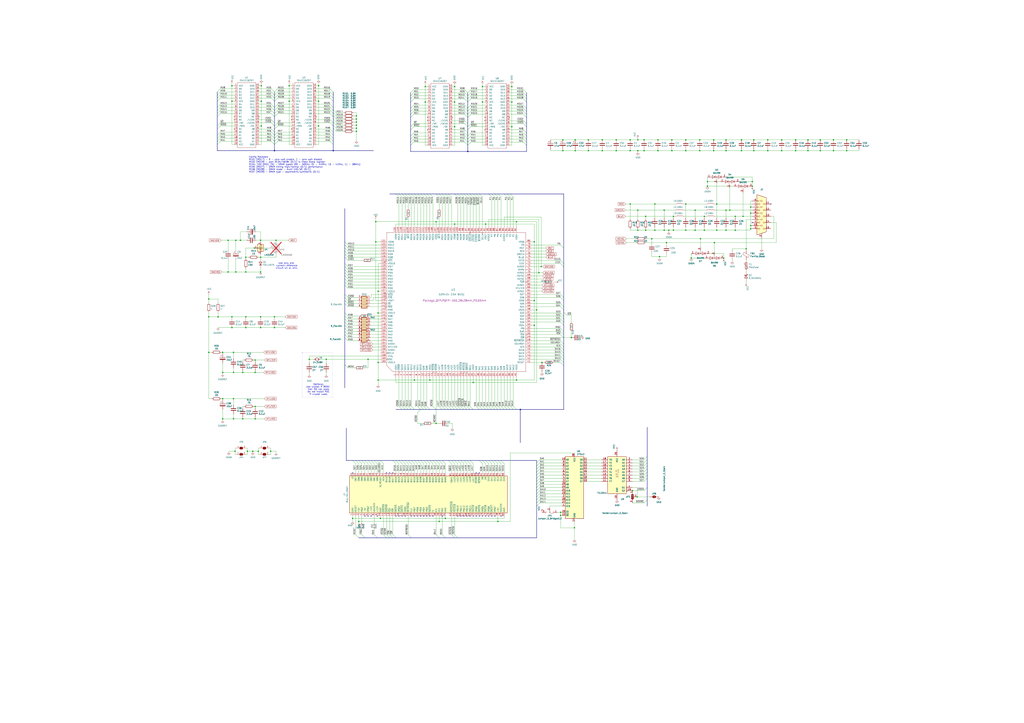
<source format=kicad_sch>
(kicad_sch
	(version 20250114)
	(generator "eeschema")
	(generator_version "9.0")
	(uuid "4a1fd320-e82a-408b-bd41-eddf9c8578fa")
	(paper "A1")
	
	(text "Config Resistors \nR101 (MD17) - 0 - zero wait enable, 1 - zero wait disable\nR102 (MD19) - port 3C3h/46E8h (0/1) is Video Sleep register\nR104, 103 (MD2. 25) - DRAM speed (00 - 50MHz, 01 - 44MHz, 10 - 41Mhz, 11 - 38NHz)\nR105 (MD27) - DRAM timing high/normal (0/1) performance\nR106 (MD28) - DRAM mode - multi CAS/WE (0/1)\nR107 (MD29) - DRAM type - asymmetric/symmetric (0/1)"
		(exclude_from_sim no)
		(at 204.47 135.255 0)
		(effects
			(font
				(size 1.27 1.27)
			)
			(justify left)
		)
		(uuid "3f98f744-188e-4ff1-8a4c-611faaed4611")
	)
	(text "Optional.\nUse crystal if BOSC \nfron ISA not used.\nDo not install R31\nif crystal used."
		(exclude_from_sim no)
		(at 261.62 320.04 0)
		(effects
			(font
				(size 1.27 1.27)
			)
		)
		(uuid "65a06441-bbb0-4bc6-946a-a03e03d276b4")
	)
	(text "Use only one \ncurrent-reference\ncircuit U4 or U41."
		(exclude_from_sim no)
		(at 235.585 218.44 0)
		(effects
			(font
				(size 1.27 1.27)
			)
		)
		(uuid "d6cc2038-e45e-4ab8-8e95-20b0330c32c7")
	)
	(junction
		(at 312.42 426.085)
		(diameter 0)
		(color 0 0 0 0)
		(uuid "0187054e-dc64-441f-be06-bce37dffeb76")
	)
	(junction
		(at 438.785 267.335)
		(diameter 0)
		(color 0 0 0 0)
		(uuid "01b6eb94-1eef-4b81-bd35-3ded3609e64d")
	)
	(junction
		(at 292.735 95.25)
		(diameter 0)
		(color 0 0 0 0)
		(uuid "026a68ff-8138-4614-bf38-6bab036d6f29")
	)
	(junction
		(at 541.655 210.82)
		(diameter 0)
		(color 0 0 0 0)
		(uuid "0292c081-2414-48b2-b556-7eea6581894c")
	)
	(junction
		(at 209.55 334.01)
		(diameter 0)
		(color 0 0 0 0)
		(uuid "03d1fda2-a03c-4f28-b944-6d8102c87613")
	)
	(junction
		(at 460.375 421.005)
		(diameter 0)
		(color 0 0 0 0)
		(uuid "03e7cb55-61f1-4464-9503-ca6c2676631b")
	)
	(junction
		(at 535.305 196.215)
		(diameter 0)
		(color 0 0 0 0)
		(uuid "04758a1a-ea8e-4f09-97c0-53bc9f557970")
	)
	(junction
		(at 209.55 295.91)
		(diameter 0)
		(color 0 0 0 0)
		(uuid "0523cecc-f0c3-479f-bf9b-e1870bea1a81")
	)
	(junction
		(at 360.68 428.625)
		(diameter 0)
		(color 0 0 0 0)
		(uuid "05b2ff9d-3c55-4117-bd2e-6e0e62ca01ee")
	)
	(junction
		(at 608.965 123.825)
		(diameter 0)
		(color 0 0 0 0)
		(uuid "05fdd3d0-2dae-408e-b8c5-e37a5aa66121")
	)
	(junction
		(at 472.44 114.935)
		(diameter 0)
		(color 0 0 0 0)
		(uuid "08913714-20d4-4bd8-84d2-3b13d3de02ff")
	)
	(junction
		(at 199.39 306.07)
		(diameter 0)
		(color 0 0 0 0)
		(uuid "09b8f961-016a-4dd9-8a41-26236a46fa81")
	)
	(junction
		(at 588.645 189.23)
		(diameter 0)
		(color 0 0 0 0)
		(uuid "0a13acd6-0984-45b8-a8a1-d671f0d15d0b")
	)
	(junction
		(at 420.37 83.82)
		(diameter 0)
		(color 0 0 0 0)
		(uuid "0bf193ff-8aa7-4824-aa54-9f2e5d192b59")
	)
	(junction
		(at 641.985 123.825)
		(diameter 0)
		(color 0 0 0 0)
		(uuid "0c1a7b76-8268-41d7-9cdd-23599dc8d2b4")
	)
	(junction
		(at 171.45 245.745)
		(diameter 0)
		(color 0 0 0 0)
		(uuid "0c596f38-753c-4c5d-a53b-54702ff51335")
	)
	(junction
		(at 213.995 211.455)
		(diameter 0)
		(color 0 0 0 0)
		(uuid "0db8a95c-7935-4766-94ba-dc010919a89f")
	)
	(junction
		(at 201.93 223.52)
		(diameter 0)
		(color 0 0 0 0)
		(uuid "0e7d6fc4-65fa-4769-abb0-8a841d47f9c9")
	)
	(junction
		(at 193.675 223.52)
		(diameter 0)
		(color 0 0 0 0)
		(uuid "0fcb1f3f-cf81-440d-8bc7-96938e29ced3")
	)
	(junction
		(at 292.735 102.87)
		(diameter 0)
		(color 0 0 0 0)
		(uuid "11dadeaf-423c-4f80-ac14-01859ddaae50")
	)
	(junction
		(at 444.5 219.075)
		(diameter 0)
		(color 0 0 0 0)
		(uuid "123b8c4c-b5be-4841-909e-715570cc3e2e")
	)
	(junction
		(at 641.985 114.935)
		(diameter 0)
		(color 0 0 0 0)
		(uuid "12450cc5-739f-4efc-91f2-6360b458e067")
	)
	(junction
		(at 596.265 172.72)
		(diameter 0)
		(color 0 0 0 0)
		(uuid "134ca02f-4492-4752-a26d-a621c078556f")
	)
	(junction
		(at 408.94 428.625)
		(diameter 0)
		(color 0 0 0 0)
		(uuid "142ac170-3690-49b8-8271-c858018e9e1a")
	)
	(junction
		(at 213.995 269.24)
		(diameter 0)
		(color 0 0 0 0)
		(uuid "145538ac-2060-4e0a-8b5a-8d281bfd172e")
	)
	(junction
		(at 551.815 123.825)
		(diameter 0)
		(color 0 0 0 0)
		(uuid "17519989-103b-4428-bd26-34653d3cb047")
	)
	(junction
		(at 201.93 211.455)
		(diameter 0)
		(color 0 0 0 0)
		(uuid "17e9e2a9-b6b1-4679-8ba9-8ff770d0c6a5")
	)
	(junction
		(at 310.515 312.42)
		(diameter 0)
		(color 0 0 0 0)
		(uuid "19da9c58-5bc3-4dbe-8ff8-0034bf3750cd")
	)
	(junction
		(at 596.265 114.935)
		(diameter 0)
		(color 0 0 0 0)
		(uuid "19e3c397-c4f4-4c84-a939-888a529c09f7")
	)
	(junction
		(at 201.93 269.24)
		(diameter 0)
		(color 0 0 0 0)
		(uuid "1a0e26c4-bfdf-4cc3-8e71-392cc79ec441")
	)
	(junction
		(at 530.225 189.23)
		(diameter 0)
		(color 0 0 0 0)
		(uuid "1a37ffc3-95ea-4992-bb85-a312d91602aa")
	)
	(junction
		(at 586.105 123.825)
		(diameter 0)
		(color 0 0 0 0)
		(uuid "1be4699f-2755-407c-bfd5-eeb82f8c3e40")
	)
	(junction
		(at 630.555 123.825)
		(diameter 0)
		(color 0 0 0 0)
		(uuid "1c5d6a04-49dd-4cd2-94f3-14b07b8f5e79")
	)
	(junction
		(at 575.31 196.215)
		(diameter 0)
		(color 0 0 0 0)
		(uuid "1cff7eb8-279e-49f8-a518-fd93fd46fa16")
	)
	(junction
		(at 440.69 254.635)
		(diameter 0)
		(color 0 0 0 0)
		(uuid "1d552a4b-63b3-449d-9e0c-90590745244f")
	)
	(junction
		(at 199.39 344.17)
		(diameter 0)
		(color 0 0 0 0)
		(uuid "1ed878d7-598d-41f1-9a51-a1d4535f7a89")
	)
	(junction
		(at 586.105 114.935)
		(diameter 0)
		(color 0 0 0 0)
		(uuid "1fe10248-b808-40f9-ace9-9a551a1e4591")
	)
	(junction
		(at 237.49 70.485)
		(diameter 0)
		(color 0 0 0 0)
		(uuid "204ffd06-78ba-4ebb-b147-893c1053d186")
	)
	(junction
		(at 616.585 187.96)
		(diameter 0)
		(color 0 0 0 0)
		(uuid "2067da93-b9d6-4c69-b37e-1a25000a638b")
	)
	(junction
		(at 523.24 408.305)
		(diameter 0)
		(color 0 0 0 0)
		(uuid "213173a8-b1f1-4562-a96c-8d08d007c598")
	)
	(junction
		(at 553.085 177.8)
		(diameter 0)
		(color 0 0 0 0)
		(uuid "21de7ab6-05b0-4062-b653-a1fa7b83f5d3")
	)
	(junction
		(at 653.415 114.935)
		(diameter 0)
		(color 0 0 0 0)
		(uuid "23acdcd4-0959-4b9c-8c86-574d0b1cf3c7")
	)
	(junction
		(at 616.585 185.42)
		(diameter 0)
		(color 0 0 0 0)
		(uuid "25f9b24d-9887-40ac-9f74-77e197b443fb")
	)
	(junction
		(at 523.875 189.23)
		(diameter 0)
		(color 0 0 0 0)
		(uuid "269e4948-4ad4-4a0d-89f8-5e392b62106b")
	)
	(junction
		(at 214.63 103.505)
		(diameter 0)
		(color 0 0 0 0)
		(uuid "26b93d93-f3ee-4792-ba95-7636623544d1")
	)
	(junction
		(at 182.88 289.56)
		(diameter 0)
		(color 0 0 0 0)
		(uuid "274b437c-4542-408d-a819-266b8f4ccc6f")
	)
	(junction
		(at 596.265 189.23)
		(diameter 0)
		(color 0 0 0 0)
		(uuid "2a6ea6d2-5c19-4e8d-b6ee-91f23978498e")
	)
	(junction
		(at 373.38 83.82)
		(diameter 0)
		(color 0 0 0 0)
		(uuid "2aa9b85a-4c7f-430c-8c12-d96ce99555d9")
	)
	(junction
		(at 603.885 177.8)
		(diameter 0)
		(color 0 0 0 0)
		(uuid "2b16ba0c-9680-4eff-9cc7-534202910910")
	)
	(junction
		(at 214.63 70.485)
		(diameter 0)
		(color 0 0 0 0)
		(uuid "2bb9b394-4df4-46bd-8581-9412acb7167c")
	)
	(junction
		(at 171.45 260.35)
		(diameter 0)
		(color 0 0 0 0)
		(uuid "2d38fb27-824d-47a3-823b-3c4b752aa4fe")
	)
	(junction
		(at 191.77 306.07)
		(diameter 0)
		(color 0 0 0 0)
		(uuid "2db78267-99f8-4070-955b-7bf91e694303")
	)
	(junction
		(at 673.735 114.935)
		(diameter 0)
		(color 0 0 0 0)
		(uuid "2f1e9ecf-85ec-4662-a892-8bbca0aeff59")
	)
	(junction
		(at 190.5 260.35)
		(diameter 0)
		(color 0 0 0 0)
		(uuid "2f48abc8-ecb7-4834-aec3-4fcc35507bf7")
	)
	(junction
		(at 209.55 306.07)
		(diameter 0)
		(color 0 0 0 0)
		(uuid "2f70865d-52c2-4d66-b484-3d4069d3b202")
	)
	(junction
		(at 578.485 189.23)
		(diameter 0)
		(color 0 0 0 0)
		(uuid "2fb68136-169b-4eea-8b17-035816a377cf")
	)
	(junction
		(at 663.575 114.935)
		(diameter 0)
		(color 0 0 0 0)
		(uuid "34b369b0-ba28-49b9-acc5-6fdffdf10b11")
	)
	(junction
		(at 563.245 114.935)
		(diameter 0)
		(color 0 0 0 0)
		(uuid "351512df-9b5b-4eba-bec1-fac92a26ea25")
	)
	(junction
		(at 310.515 239.395)
		(diameter 0)
		(color 0 0 0 0)
		(uuid "352b5536-94a3-4c15-85b3-9b02cf724a0f")
	)
	(junction
		(at 523.875 114.935)
		(diameter 0)
		(color 0 0 0 0)
		(uuid "353fa08c-ddce-4254-a4bb-a9d06f1207fb")
	)
	(junction
		(at 663.575 123.825)
		(diameter 0)
		(color 0 0 0 0)
		(uuid "356afa7a-61b8-4d3d-8222-7c4f1fc92939")
	)
	(junction
		(at 462.28 123.825)
		(diameter 0)
		(color 0 0 0 0)
		(uuid "39c926a0-02a9-47bf-92a4-c837bb688f3d")
	)
	(junction
		(at 517.525 167.64)
		(diameter 0)
		(color 0 0 0 0)
		(uuid "3ad194b9-569b-4428-91ab-452e616b6797")
	)
	(junction
		(at 213.995 260.35)
		(diameter 0)
		(color 0 0 0 0)
		(uuid "3d637420-501a-405f-bfd0-166f751be3de")
	)
	(junction
		(at 225.425 260.35)
		(diameter 0)
		(color 0 0 0 0)
		(uuid "4189cb18-ef9a-4dc3-b681-8f76d7fbec57")
	)
	(junction
		(at 462.28 114.935)
		(diameter 0)
		(color 0 0 0 0)
		(uuid "41e194de-f447-4cb5-889d-5e81433412d5")
	)
	(junction
		(at 617.855 153.035)
		(diameter 0)
		(color 0 0 0 0)
		(uuid "42f9a945-a89a-487c-8012-94b6ec8216f7")
	)
	(junction
		(at 289.56 426.085)
		(diameter 0)
		(color 0 0 0 0)
		(uuid "434ab4ce-e8dc-48dc-bd5c-c6d30b0d34d2")
	)
	(junction
		(at 616.585 170.18)
		(diameter 0)
		(color 0 0 0 0)
		(uuid "489c9e4a-3f84-407c-9c34-830f7b2c21ed")
	)
	(junction
		(at 292.735 97.79)
		(diameter 0)
		(color 0 0 0 0)
		(uuid "48f42485-d138-4f81-a7dd-0f2940f6af5c")
	)
	(junction
		(at 574.675 114.935)
		(diameter 0)
		(color 0 0 0 0)
		(uuid "48fda72f-d557-46f8-9989-f12f380ead51")
	)
	(junction
		(at 581.025 153.035)
		(diameter 0)
		(color 0 0 0 0)
		(uuid "499a2941-e6e5-4fc7-9d3b-bbea65e855be")
	)
	(junction
		(at 673.735 123.825)
		(diameter 0)
		(color 0 0 0 0)
		(uuid "4acbc81e-9324-4eaf-81f4-60cd58d1dd99")
	)
	(junction
		(at 695.325 123.825)
		(diameter 0)
		(color 0 0 0 0)
		(uuid "4bad5c4e-aabb-4df1-a664-d4a45dbc5513")
	)
	(junction
		(at 222.25 370.84)
		(diameter 0)
		(color 0 0 0 0)
		(uuid "4c1544b7-97d0-4a45-ab6b-429758051d30")
	)
	(junction
		(at 588.645 167.64)
		(diameter 0)
		(color 0 0 0 0)
		(uuid "4f7ca6bd-e3d0-43b3-a877-a11fefc4c01c")
	)
	(junction
		(at 528.955 114.935)
		(diameter 0)
		(color 0 0 0 0)
		(uuid "52138677-128d-4184-80e5-90eca116c082")
	)
	(junction
		(at 630.555 114.935)
		(diameter 0)
		(color 0 0 0 0)
		(uuid "5348a837-b653-434f-90fc-026216f3afbb")
	)
	(junction
		(at 684.53 123.825)
		(diameter 0)
		(color 0 0 0 0)
		(uuid "564f2735-ebd1-46b2-b4c7-abfe0a929975")
	)
	(junction
		(at 545.465 172.72)
		(diameter 0)
		(color 0 0 0 0)
		(uuid "572c0e93-5df8-4c31-9418-49a78b86b8e9")
	)
	(junction
		(at 201.93 260.35)
		(diameter 0)
		(color 0 0 0 0)
		(uuid "57a076bd-a8b3-419f-96f2-dad1f92a30f2")
	)
	(junction
		(at 578.485 177.8)
		(diameter 0)
		(color 0 0 0 0)
		(uuid "58c7e6aa-3ed2-44ea-8e57-508522df6d8d")
	)
	(junction
		(at 523.875 172.72)
		(diameter 0)
		(color 0 0 0 0)
		(uuid "5a08a6ae-30ad-4cb8-a31c-9ccad745f51d")
	)
	(junction
		(at 427.355 336.55)
		(diameter 0)
		(color 0 0 0 0)
		(uuid "5a0b4de8-0c45-40d2-9315-bfb9ca62f2e8")
	)
	(junction
		(at 570.865 189.23)
		(diameter 0)
		(color 0 0 0 0)
		(uuid "5cb6ace4-ca61-44b6-8d52-dafbb6d84bfb")
	)
	(junction
		(at 237.49 83.185)
		(diameter 0)
		(color 0 0 0 0)
		(uuid "5ce5f16f-6585-4af4-8012-84dac0947e05")
	)
	(junction
		(at 445.135 297.815)
		(diameter 0)
		(color 0 0 0 0)
		(uuid "5fa609d6-c0f7-4e52-804c-8ae8ff1e6e4b")
	)
	(junction
		(at 549.275 189.23)
		(diameter 0)
		(color 0 0 0 0)
		(uuid "61a218ac-d011-4bec-b5b3-4a8ea63de5c8")
	)
	(junction
		(at 310.515 257.175)
		(diameter 0)
		(color 0 0 0 0)
		(uuid "63c900de-2d52-4bc6-a0e7-6b3e93bdc1fe")
	)
	(junction
		(at 537.845 189.23)
		(diameter 0)
		(color 0 0 0 0)
		(uuid "65ba1c94-62c7-434d-9352-0a1931c8cf63")
	)
	(junction
		(at 506.095 114.935)
		(diameter 0)
		(color 0 0 0 0)
		(uuid "661ec6e6-7918-4611-902e-2ddeebf1edc8")
	)
	(junction
		(at 653.415 123.825)
		(diameter 0)
		(color 0 0 0 0)
		(uuid "67ae4153-b171-4e02-8bec-ccd2683d1962")
	)
	(junction
		(at 292.735 100.33)
		(diameter 0)
		(color 0 0 0 0)
		(uuid "69760998-3c78-4ed1-8da5-bdec4c0f9c39")
	)
	(junction
		(at 261.62 103.505)
		(diameter 0)
		(color 0 0 0 0)
		(uuid "6a3290e0-4349-4b29-9649-03b1888e2744")
	)
	(junction
		(at 483.235 123.825)
		(diameter 0)
		(color 0 0 0 0)
		(uuid "6a50f321-51a2-4c5b-ad69-eb3c48f1fc40")
	)
	(junction
		(at 187.325 223.52)
		(diameter 0)
		(color 0 0 0 0)
		(uuid "6a68d2ec-b11d-4901-ada3-7709298e166b")
	)
	(junction
		(at 460.375 423.545)
		(diameter 0)
		(color 0 0 0 0)
		(uuid "6ac040f6-8cf3-4913-aa4d-e65a3abede14")
	)
	(junction
		(at 261.62 70.485)
		(diameter 0)
		(color 0 0 0 0)
		(uuid "700ac8d7-1d87-411c-ba80-a9d45b00eb3a")
	)
	(junction
		(at 203.2 370.84)
		(diameter 0)
		(color 0 0 0 0)
		(uuid "70374f98-8cfd-4964-9472-c489a3df7e38")
	)
	(junction
		(at 225.425 123.825)
		(diameter 0)
		(color 0 0 0 0)
		(uuid "74b4396d-d154-45ad-8505-29f78132f4b6")
	)
	(junction
		(at 212.09 370.84)
		(diameter 0)
		(color 0 0 0 0)
		(uuid "7564b637-5acb-4d22-8feb-9ed8dad36ec0")
	)
	(junction
		(at 472.44 123.825)
		(diameter 0)
		(color 0 0 0 0)
		(uuid "75d5cf86-61f5-40fb-9f73-087929e9439c")
	)
	(junction
		(at 373.38 184.15)
		(diameter 0)
		(color 0 0 0 0)
		(uuid "78044c01-fb50-46e2-8fa3-c565ab11299b")
	)
	(junction
		(at 551.815 114.935)
		(diameter 0)
		(color 0 0 0 0)
		(uuid "79ad72d7-65e6-4251-8048-3d8a422a8fd7")
	)
	(junction
		(at 384.175 124.46)
		(diameter 0)
		(color 0 0 0 0)
		(uuid "79d007d1-971f-4676-84ec-6c286d4ac0a0")
	)
	(junction
		(at 616.585 175.26)
		(diameter 0)
		(color 0 0 0 0)
		(uuid "7b5736b6-6ff3-49eb-8089-08fc320a7379")
	)
	(junction
		(at 530.225 177.8)
		(diameter 0)
		(color 0 0 0 0)
		(uuid "8142028d-c463-412b-993f-5fef111d6883")
	)
	(junction
		(at 182.88 344.17)
		(diameter 0)
		(color 0 0 0 0)
		(uuid "834866e3-9eb0-4df3-9389-ed1bd2fcfff4")
	)
	(junction
		(at 553.085 189.23)
		(diameter 0)
		(color 0 0 0 0)
		(uuid "85f640cf-45a6-43f0-91ef-ff2d3c94b173")
	)
	(junction
		(at 599.44 172.72)
		(diameter 0)
		(color 0 0 0 0)
		(uuid "88289862-cb62-4703-af6d-c041b131ec06")
	)
	(junction
		(at 294.64 428.625)
		(diameter 0)
		(color 0 0 0 0)
		(uuid "8acda848-ab69-4c77-b5fe-3e6217d6907a")
	)
	(junction
		(at 207.645 370.84)
		(diameter 0)
		(color 0 0 0 0)
		(uuid "8b50ff47-ee69-4646-a238-d9a7036bbbfa")
	)
	(junction
		(at 438.785 198.755)
		(diameter 0)
		(color 0 0 0 0)
		(uuid "8d1f9a1f-1802-4099-93c8-d4f7879480b0")
	)
	(junction
		(at 225.425 269.24)
		(diameter 0)
		(color 0 0 0 0)
		(uuid "8f0e5d14-e8a1-4451-b923-d7b7aa8f84e1")
	)
	(junction
		(at 191.77 289.56)
		(diameter 0)
		(color 0 0 0 0)
		(uuid "90e0007c-9b09-4d8c-8493-7eb0560921fd")
	)
	(junction
		(at 193.04 370.84)
		(diameter 0)
		(color 0 0 0 0)
		(uuid "93773374-e48f-4ef9-933a-60baff3dcb04")
	)
	(junction
		(at 213.995 197.485)
		(diameter 0)
		(color 0 0 0 0)
		(uuid "980b89fd-acce-49fe-a166-c1310786a603")
	)
	(junction
		(at 365.76 426.085)
		(diameter 0)
		(color 0 0 0 0)
		(uuid "99d847ab-e304-49f0-b0fa-abf7dd4a7a96")
	)
	(junction
		(at 340.36 312.42)
		(diameter 0)
		(color 0 0 0 0)
		(uuid "9bf96a71-1861-427b-9bb9-598dd02f0082")
	)
	(junction
		(at 537.845 167.64)
		(diameter 0)
		(color 0 0 0 0)
		(uuid "9e1a7275-c325-492b-9844-31ca164a9ad5")
	)
	(junction
		(at 563.245 167.64)
		(diameter 0)
		(color 0 0 0 0)
		(uuid "9eeaf640-2177-488a-a539-b6383d3c5a27")
	)
	(junction
		(at 586.74 199.39)
		(diameter 0)
		(color 0 0 0 0)
		(uuid "a00bf91e-9556-4036-bd44-c9fc1d037658")
	)
	(junction
		(at 528.955 123.825)
		(diameter 0)
		(color 0 0 0 0)
		(uuid "a06480ee-b0d0-4064-aae1-8b02f7b254ac")
	)
	(junction
		(at 494.665 114.935)
		(diameter 0)
		(color 0 0 0 0)
		(uuid "a1d71b1c-b60f-4da7-a27c-4c7ccec76221")
	)
	(junction
		(at 396.24 71.12)
		(diameter 0)
		(color 0 0 0 0)
		(uuid "a282b8c2-7d2b-4cfa-936c-4be166f87e55")
	)
	(junction
		(at 420.37 104.14)
		(diameter 0)
		(color 0 0 0 0)
		(uuid "a4f8091e-3f76-46c1-a709-ba8207b20af3")
	)
	(junction
		(at 570.865 172.72)
		(diameter 0)
		(color 0 0 0 0)
		(uuid "a611d33c-ec85-4af2-982f-97fe0f58124b")
	)
	(junction
		(at 187.325 197.485)
		(diameter 0)
		(color 0 0 0 0)
		(uuid "a94e6445-d4ba-4ddf-9ee3-4e45071fc4b1")
	)
	(junction
		(at 302.26 295.275)
		(diameter 0)
		(color 0 0 0 0)
		(uuid "ac2a2ad7-05a6-4978-8a47-f6adf5f5ae2f")
	)
	(junction
		(at 442.595 224.155)
		(diameter 0)
		(color 0 0 0 0)
		(uuid "ad82e3ec-61ea-4bb4-aebd-218a347a946a")
	)
	(junction
		(at 358.14 347.98)
		(diameter 0)
		(color 0 0 0 0)
		(uuid "ae625cbb-df39-4000-8ddc-25e020ddb9bf")
	)
	(junction
		(at 517.525 114.935)
		(diameter 0)
		(color 0 0 0 0)
		(uuid "aec45361-2400-4a20-9608-bb8e2a934a39")
	)
	(junction
		(at 612.775 204.47)
		(diameter 0)
		(color 0 0 0 0)
		(uuid "b03b6674-8dec-4d8d-b5cc-ccb734732277")
	)
	(junction
		(at 182.88 306.07)
		(diameter 0)
		(color 0 0 0 0)
		(uuid "b3a238d7-e4d1-46b4-b07b-bdd955fbb18e")
	)
	(junction
		(at 695.325 114.935)
		(diameter 0)
		(color 0 0 0 0)
		(uuid "b3adffa2-6e81-4b45-a58a-809232b36994")
	)
	(junction
		(at 519.43 403.225)
		(diameter 0)
		(color 0 0 0 0)
		(uuid "b43dac72-e086-42a4-bdf4-8acf8818b60f")
	)
	(junction
		(at 483.235 114.935)
		(diameter 0)
		(color 0 0 0 0)
		(uuid "b5b3f534-1c9d-4d17-9f86-c718bfc64b46")
	)
	(junction
		(at 396.24 83.82)
		(diameter 0)
		(color 0 0 0 0)
		(uuid "b62f546f-dc63-4770-a029-6c244c108720")
	)
	(junction
		(at 424.18 312.42)
		(diameter 0)
		(color 0 0 0 0)
		(uuid "b74a336d-1f67-493c-bca8-b02f14afeeac")
	)
	(junction
		(at 540.385 123.825)
		(diameter 0)
		(color 0 0 0 0)
		(uuid "b7b66f27-39aa-46cc-a7ef-0a302b9f99e5")
	)
	(junction
		(at 545.465 189.23)
		(diameter 0)
		(color 0 0 0 0)
		(uuid "b7ec1ed7-9643-43d7-9d3c-58effc2cc096")
	)
	(junction
		(at 179.07 260.35)
		(diameter 0)
		(color 0 0 0 0)
		(uuid "b86a1fdc-5a39-446c-81cd-ca9e9b7003ab")
	)
	(junction
		(at 424.18 182.245)
		(diameter 0)
		(color 0 0 0 0)
		(uuid "ba69eead-5bd8-42a0-b4c8-34766418cd38")
	)
	(junction
		(at 420.37 71.12)
		(diameter 0)
		(color 0 0 0 0)
		(uuid "bb27a714-b11a-469a-90b6-15c6b2f75247")
	)
	(junction
		(at 349.25 83.82)
		(diameter 0)
		(color 0 0 0 0)
		(uuid "bd4326ca-ac2e-4975-9865-55cc21d7e93f")
	)
	(junction
		(at 209.55 344.17)
		(diameter 0)
		(color 0 0 0 0)
		(uuid "bee417ac-3cd2-485d-a613-060771a4ad1d")
	)
	(junction
		(at 619.125 123.825)
		(diameter 0)
		(color 0 0 0 0)
		(uuid "c057755c-f154-4a43-92b2-f765e37c8665")
	)
	(junction
		(at 574.675 123.825)
		(diameter 0)
		(color 0 0 0 0)
		(uuid "c0bce121-2003-49d1-a3a6-7dab2947e556")
	)
	(junction
		(at 373.38 71.12)
		(diameter 0)
		(color 0 0 0 0)
		(uuid "c16f7598-b6bb-4c7f-9876-085ed35e9bf5")
	)
	(junction
		(at 603.885 189.23)
		(diameter 0)
		(color 0 0 0 0)
		(uuid "c370b5e2-b35f-4601-9154-b9e46418649d")
	)
	(junction
		(at 261.62 83.185)
		(diameter 0)
		(color 0 0 0 0)
		(uuid "c555b576-928d-4e05-9ea9-72a810ed69b2")
	)
	(junction
		(at 581.025 149.225)
		(diameter 0)
		(color 0 0 0 0)
		(uuid "c83f03e5-2d0f-42ed-bfd0-77f40b4ccfd2")
	)
	(junction
		(at 398.78 184.15)
		(diameter 0)
		(color 0 0 0 0)
		(uuid "c860ebbf-a5eb-4380-8fad-4bf3eae1006f")
	)
	(junction
		(at 353.06 312.42)
		(diameter 0)
		(color 0 0 0 0)
		(uuid "c866c48a-3ad0-45bc-9be0-a7b29b84ea17")
	)
	(junction
		(at 190.5 269.24)
		(diameter 0)
		(color 0 0 0 0)
		(uuid "c87a12a9-6b0c-4631-b662-bc9f4fd1248c")
	)
	(junction
		(at 594.36 212.09)
		(diameter 0)
		(color 0 0 0 0)
		(uuid "c9a297ec-d284-498b-9786-abca59854388")
	)
	(junction
		(at 190.5 70.485)
		(diameter 0)
		(color 0 0 0 0)
		(uuid "ca8b0d94-5cbe-4324-b217-9e0f807b2632")
	)
	(junction
		(at 494.665 123.825)
		(diameter 0)
		(color 0 0 0 0)
		(uuid "caca8e5d-906d-42df-aedf-2999ab85f022")
	)
	(junction
		(at 190.5 83.185)
		(diameter 0)
		(color 0 0 0 0)
		(uuid "d142ff06-b1ee-45f5-9314-f7cc57f1e36f")
	)
	(junction
		(at 308.61 182.245)
		(diameter 0)
		(color 0 0 0 0)
		(uuid "d39d9582-dd01-4384-8995-c8c377730475")
	)
	(junction
		(at 197.485 197.485)
		(diameter 0)
		(color 0 0 0 0)
		(uuid "d51aa14c-25f0-4421-839c-46789c748aa0")
	)
	(junction
		(at 438.785 247.015)
		(diameter 0)
		(color 0 0 0 0)
		(uuid "d6bd591d-8ca6-42d3-9f97-30b56334f9c5")
	)
	(junction
		(at 684.53 114.935)
		(diameter 0)
		(color 0 0 0 0)
		(uuid "d7423bb6-1fff-4212-b027-2b065eacc79e")
	)
	(junction
		(at 547.37 199.39)
		(diameter 0)
		(color 0 0 0 0)
		(uuid "d7ef2d8f-d2d4-4cb4-a9d8-1539c95fc6f9")
	)
	(junction
		(at 373.38 104.14)
		(diameter 0)
		(color 0 0 0 0)
		(uuid "d8ef6814-8207-4dea-ae5a-38f826777896")
	)
	(junction
		(at 308.61 198.755)
		(diameter 0)
		(color 0 0 0 0)
		(uuid "d8f840b4-6328-4032-b358-b2162dbc2241")
	)
	(junction
		(at 182.88 327.66)
		(diameter 0)
		(color 0 0 0 0)
		(uuid "d9225c03-e5dd-4828-9ae3-3db4b87433b1")
	)
	(junction
		(at 310.515 297.815)
		(diameter 0)
		(color 0 0 0 0)
		(uuid "d9b0ecd7-4b86-432a-98a5-863e83501dcb")
	)
	(junction
		(at 567.69 212.09)
		(diameter 0)
		(color 0 0 0 0)
		(uuid "da2abc86-903b-4fbc-b3f8-0494b5bae07e")
	)
	(junction
		(at 213.995 223.52)
		(diameter 0)
		(color 0 0 0 0)
		(uuid "dbc233c1-c745-4a95-8620-a2fb2a33644f")
	)
	(junction
		(at 292.735 107.95)
		(diameter 0)
		(color 0 0 0 0)
		(uuid "dfdfabd2-ba5f-44be-9a9f-a18f005ba1d4")
	)
	(junction
		(at 619.125 114.935)
		(diameter 0)
		(color 0 0 0 0)
		(uuid "e0617493-0bd9-4ee7-a3a5-feaf0c4d6fc0")
	)
	(junction
		(at 292.735 105.41)
		(diameter 0)
		(color 0 0 0 0)
		(uuid "e0dbf180-9f90-49dd-b346-3a7bc102bfa1")
	)
	(junction
		(at 273.685 123.825)
		(diameter 0)
		(color 0 0 0 0)
		(uuid "e113bca0-9fef-4aa8-8b03-7702352f60b8")
	)
	(junction
		(at 563.245 123.825)
		(diameter 0)
		(color 0 0 0 0)
		(uuid "e2d5ebf6-f420-4e74-b3a4-a68c172b8a9e")
	)
	(junction
		(at 214.63 83.185)
		(diameter 0)
		(color 0 0 0 0)
		(uuid "e33eca07-66cd-415d-b96a-fd47bb200ea2")
	)
	(junction
		(at 191.77 327.66)
		(diameter 0)
		(color 0 0 0 0)
		(uuid "e3b0a2fb-81ea-4534-9883-824dc1be85f4")
	)
	(junction
		(at 267.97 295.275)
		(diameter 0)
		(color 0 0 0 0)
		(uuid "e3c83c1f-d24c-477a-b630-523af0b9460c")
	)
	(junction
		(at 608.965 114.935)
		(diameter 0)
		(color 0 0 0 0)
		(uuid "e4174e01-ca43-48fc-a98b-e94fe6f4b3ba")
	)
	(junction
		(at 358.14 182.245)
		(diameter 0)
		(color 0 0 0 0)
		(uuid "e6032ba3-1d8b-464c-80e4-09af801e56ad")
	)
	(junction
		(at 471.805 433.705)
		(diameter 0)
		(color 0 0 0 0)
		(uuid "e6085fe4-fe51-4426-8404-fe833f6d461c")
	)
	(junction
		(at 506.095 123.825)
		(diameter 0)
		(color 0 0 0 0)
		(uuid "e6544fce-6bd1-437c-93b8-3a77f52ffaa1")
	)
	(junction
		(at 254 295.275)
		(diameter 0)
		(color 0 0 0 0)
		(uuid "e8a9a151-9419-446d-89ec-6f77f8716c8c")
	)
	(junction
		(at 208.915 203.835)
		(diameter 0)
		(color 0 0 0 0)
		(uuid "ea0d6ac7-9e66-49ea-93f7-bd2510c9c059")
	)
	(junction
		(at 596.265 123.825)
		(diameter 0)
		(color 0 0 0 0)
		(uuid "eb9d8865-f58a-473c-ab1f-673f2d571adc")
	)
	(junction
		(at 469.265 277.495)
		(diameter 0)
		(color 0 0 0 0)
		(uuid "ebb945d3-56af-4b64-b2cf-a68f4525f078")
	)
	(junction
		(at 563.245 189.23)
		(diameter 0)
		(color 0 0 0 0)
		(uuid "ebef9409-7857-4791-a4ba-c7821ed82c15")
	)
	(junction
		(at 540.385 114.935)
		(diameter 0)
		(color 0 0 0 0)
		(uuid "f15bf0d0-7b84-462b-b9f7-7a26133923d5")
	)
	(junction
		(at 388.62 314.325)
		(diameter 0)
		(color 0 0 0 0)
		(uuid "f242b64f-fbce-4972-a409-41f5b119c86b")
	)
	(junction
		(at 171.45 289.56)
		(diameter 0)
		(color 0 0 0 0)
		(uuid "f52d0567-8b71-4b16-a105-3f2a7eea5c29")
	)
	(junction
		(at 226.695 197.485)
		(diameter 0)
		(color 0 0 0 0)
		(uuid "f583d49d-2571-45ce-b444-4f83313e4ed5")
	)
	(junction
		(at 517.525 123.825)
		(diameter 0)
		(color 0 0 0 0)
		(uuid "f688620c-bf24-49bc-a765-13bff4a9570e")
	)
	(junction
		(at 617.855 149.225)
		(diameter 0)
		(color 0 0 0 0)
		(uuid "f6b9b9b5-e616-4655-96fe-0783e1dd51fc")
	)
	(junction
		(at 191.77 344.17)
		(diameter 0)
		(color 0 0 0 0)
		(uuid "f7c54cdf-cd59-4e9e-beb3-6170d4caf1e3")
	)
	(junction
		(at 349.25 71.12)
		(diameter 0)
		(color 0 0 0 0)
		(uuid "f8d549f9-5bbd-4754-b3db-b9a2851f5f2c")
	)
	(junction
		(at 523.875 123.825)
		(diameter 0)
		(color 0 0 0 0)
		(uuid "fb976769-6c41-4a4d-bc6a-7d011982aba4")
	)
	(junction
		(at 610.235 177.8)
		(diameter 0)
		(color 0 0 0 0)
		(uuid "fcc90dae-34fd-4168-8fa6-925334588c0a")
	)
	(junction
		(at 193.675 197.485)
		(diameter 0)
		(color 0 0 0 0)
		(uuid "fd86af4d-ad50-4861-85d6-c1f64622fbc0")
	)
	(no_connect
		(at 388.62 424.18)
		(uuid "05590cab-7a96-4bd5-be43-79793552d73a")
	)
	(no_connect
		(at 347.98 424.18)
		(uuid "06097f32-eb18-4ac0-b65f-0c6b6f95ec2c")
	)
	(no_connect
		(at 398.78 424.18)
		(uuid "0a2c2dc7-f0bf-4829-b9bb-a8ad4d7cdac4")
	)
	(no_connect
		(at 322.58 388.62)
		(uuid "11415f50-ab24-4f9f-a133-0e09f06e3b22")
	)
	(no_connect
		(at 317.5 388.62)
		(uuid "171609c5-0497-4915-8051-664d8f65e0f1")
	)
	(no_connect
		(at 363.22 424.18)
		(uuid "1988c41a-1147-4301-9a79-e05d55b9020b")
	)
	(no_connect
		(at 327.66 424.18)
		(uuid "19bfdba8-47f8-412f-8103-3f39b2927923")
	)
	(no_connect
		(at 396.24 424.18)
		(uuid "1fada2f3-c0d5-47ed-bb18-874bee4cba2f")
	)
	(no_connect
		(at 411.48 424.18)
		(uuid "280b1471-8f17-49e3-8f2d-040c3115bd98")
	)
	(no_connect
		(at 391.16 424.18)
		(uuid "2860b613-9560-4484-89fe-77b966d2992d")
	)
	(no_connect
		(at 320.04 388.62)
		(uuid "2aee466a-e30c-4202-987c-676a0af5edf0")
	)
	(no_connect
		(at 403.86 424.18)
		(uuid "404570c5-1dec-40ea-a8b0-0f822d68895e")
	)
	(no_connect
		(at 393.7 388.62)
		(uuid "439da68c-dbb5-4b0e-9245-b01c55c05352")
	)
	(no_connect
		(at 302.26 424.18)
		(uuid "498198aa-9f13-454f-b5bb-90040689216f")
	)
	(no_connect
		(at 386.08 424.18)
		(uuid "49a3b5ac-2e80-4dc5-a03e-05b0630830fd")
	)
	(no_connect
		(at 401.32 424.18)
		(uuid "5d524f8b-4ba0-4465-b778-e5f249fde12f")
	)
	(no_connect
		(at 350.52 424.18)
		(uuid "69baa5aa-387d-46de-b856-9cd6f2288dbf")
	)
	(no_connect
		(at 406.4 424.18)
		(uuid "71cd4371-dca6-4d56-8cd9-d19781b4cabb")
	)
	(no_connect
		(at 381 424.18)
		(uuid "844b78f0-5d33-4062-9bbd-f57a81b0c98b")
	)
	(no_connect
		(at 353.06 424.18)
		(uuid "867ad2f9-79a6-4fa1-8480-a6de626a1b10")
	)
	(no_connect
		(at 325.12 424.18)
		(uuid "8a89e39e-3117-4622-be30-03b2a8ea618d")
	)
	(no_connect
		(at 332.74 424.18)
		(uuid "8cc7ffb7-f224-4619-9387-be51f1e05549")
	)
	(no_connect
		(at 375.92 424.18)
		(uuid "93aa0935-7d92-4200-a7fe-3f2d253b505f")
	)
	(no_connect
		(at 299.72 424.18)
		(uuid "9f543c91-0163-44e5-802c-d365655f8d2b")
	)
	(no_connect
		(at 342.9 424.18)
		(uuid "a3bea11b-c2e1-4632-9bc5-4fea3e6a7df6")
	)
	(no_connect
		(at 355.6 424.18)
		(uuid "bf9f5722-d9e0-4de1-bff4-35a49e26579f")
	)
	(no_connect
		(at 617.855 182.88)
		(uuid "c8e8f0ac-deb1-461c-a8f7-a931cb96fca5")
	)
	(no_connect
		(at 378.46 424.18)
		(uuid "c92f9eaa-2df0-4898-97e9-7d1c7bb07045")
	)
	(no_connect
		(at 330.2 424.18)
		(uuid "caf02c10-a0d9-4b07-83f6-190b867f38b1")
	)
	(no_connect
		(at 304.8 424.18)
		(uuid "d752344b-de22-4362-9773-4948a78c022d")
	)
	(no_connect
		(at 383.54 424.18)
		(uuid "d76c2619-1915-4def-ac7c-850ff896effc")
	)
	(no_connect
		(at 391.16 388.62)
		(uuid "d8aea6d6-83be-41ac-a94a-ee09393b80a3")
	)
	(no_connect
		(at 309.88 424.18)
		(uuid "dcb75841-4770-4c98-b279-a38ad708549d")
	)
	(no_connect
		(at 393.7 424.18)
		(uuid "dceeea01-195c-4bf5-9dd5-42b55d63d904")
	)
	(no_connect
		(at 337.82 424.18)
		(uuid "e7ee2980-4645-4ad7-b71e-f35a0928d6a2")
	)
	(no_connect
		(at 289.56 388.62)
		(uuid "ed5e1917-ed01-4532-a57a-61349cbbf01d")
	)
	(no_connect
		(at 633.095 167.64)
		(uuid "ee30f303-bc85-4ca2-9a14-df2c15d90c8e")
	)
	(no_connect
		(at 345.44 424.18)
		(uuid "f13ae9ed-04ef-4889-8ce9-c81facdb53e8")
	)
	(no_connect
		(at 340.36 424.18)
		(uuid "f3431e22-d6d2-4eff-ae39-f4fbf42fd146")
	)
	(bus_entry
		(at 386.715 116.84)
		(size -2.54 2.54)
		(stroke
			(width 0)
			(type default)
		)
		(uuid "00ea496f-7077-4795-b7d5-019842f7488c")
	)
	(bus_entry
		(at 381.635 91.44)
		(size 2.54 2.54)
		(stroke
			(width 0)
			(type default)
		)
		(uuid "01d802c3-bfbf-4224-ae79-931493e365a9")
	)
	(bus_entry
		(at 347.98 381)
		(size -2.54 -2.54)
		(stroke
			(width 0)
			(type default)
		)
		(uuid "036f098b-23f0-48ce-bbd6-7f0f3b36f560")
	)
	(bus_entry
		(at 345.44 334.01)
		(size 2.54 2.54)
		(stroke
			(width 0)
			(type default)
		)
		(uuid "04bd42b8-4e8c-49bf-b60c-1ef97e012d0b")
	)
	(bus_entry
		(at 309.88 381)
		(size -2.54 -2.54)
		(stroke
			(width 0)
			(type default)
		)
		(uuid "0606a2b3-2990-4037-b22d-48e0005e5ad6")
	)
	(bus_entry
		(at 330.2 159.385)
		(size 2.54 2.54)
		(stroke
			(width 0)
			(type default)
		)
		(uuid "071e6180-d789-4eb6-a446-fc882a9329f4")
	)
	(bus_entry
		(at 227.965 80.645)
		(size -2.54 2.54)
		(stroke
			(width 0)
			(type default)
		)
		(uuid "07947fbc-2b2f-4076-8232-61f1da8684c3")
	)
	(bus_entry
		(at 297.18 381)
		(size -2.54 -2.54)
		(stroke
			(width 0)
			(type default)
		)
		(uuid "0a46f447-a92d-43d6-9560-6cdb7778c38d")
	)
	(bus_entry
		(at 378.46 381)
		(size -2.54 -2.54)
		(stroke
			(width 0)
			(type default)
		)
		(uuid "0ab51481-bc5a-41f4-97ec-d31d33a4aa5c")
	)
	(bus_entry
		(at 283.21 211.455)
		(size 2.54 2.54)
		(stroke
			(width 0)
			(type default)
		)
		(uuid "0baece28-e1c2-45c1-bb36-7e576ad8404c")
	)
	(bus_entry
		(at 222.885 85.725)
		(size 2.54 2.54)
		(stroke
			(width 0)
			(type default)
		)
		(uuid "0c44c9df-b266-499c-b2aa-f217402cd2b4")
	)
	(bus_entry
		(at 528.955 395.605)
		(size 2.54 -2.54)
		(stroke
			(width 0)
			(type default)
		)
		(uuid "0c95d265-9698-495c-b8b7-f22458542c01")
	)
	(bus_entry
		(at 386.715 114.3)
		(size -2.54 2.54)
		(stroke
			(width 0)
			(type default)
		)
		(uuid "0df4b52b-8591-4140-8ed5-fdac00d1ffa5")
	)
	(bus_entry
		(at 386.715 93.98)
		(size -2.54 2.54)
		(stroke
			(width 0)
			(type default)
		)
		(uuid "0e085c5c-8fa0-4319-a017-b8a4221a2213")
	)
	(bus_entry
		(at 440.69 415.925)
		(size 2.54 -2.54)
		(stroke
			(width 0)
			(type default)
		)
		(uuid "0e0e0030-40f7-4b8e-8483-1f6745655fb0")
	)
	(bus_entry
		(at 180.975 73.025)
		(size -2.54 2.54)
		(stroke
			(width 0)
			(type default)
		)
		(uuid "0e2fd2f5-0ac1-49e1-abd8-2166338d8dab")
	)
	(bus_entry
		(at 337.82 381)
		(size -2.54 -2.54)
		(stroke
			(width 0)
			(type default)
		)
		(uuid "0e395f85-864c-4401-aa6d-283008cae126")
	)
	(bus_entry
		(at 419.1 159.385)
		(size 2.54 2.54)
		(stroke
			(width 0)
			(type default)
		)
		(uuid "0e9dce68-31eb-426a-8c0b-836102f52b03")
	)
	(bus_entry
		(at 375.92 334.01)
		(size 2.54 2.54)
		(stroke
			(width 0)
			(type default)
		)
		(uuid "0ec58dd4-a332-429e-b381-072966d64fac")
	)
	(bus_entry
		(at 460.375 241.935)
		(size 2.54 2.54)
		(stroke
			(width 0)
			(type default)
		)
		(uuid "0f4aeaaa-af2a-48ce-b1d7-597edf2c46f5")
	)
	(bus_entry
		(at 388.62 381)
		(size -2.54 -2.54)
		(stroke
			(width 0)
			(type default)
		)
		(uuid "100f1f40-867c-4d7b-ae85-fefbe6021bf8")
	)
	(bus_entry
		(at 398.78 381)
		(size -2.54 -2.54)
		(stroke
			(width 0)
			(type default)
		)
		(uuid "120a70fe-6d46-4742-8275-1bbb67119a85")
	)
	(bus_entry
		(at 440.69 387.985)
		(size 2.54 -2.54)
		(stroke
			(width 0)
			(type default)
		)
		(uuid "12f98ee9-0e3f-47c8-8f96-fd7927c0fd04")
	)
	(bus_entry
		(at 180.975 75.565)
		(size -2.54 2.54)
		(stroke
			(width 0)
			(type default)
		)
		(uuid "131f198c-5c34-4dd4-9a89-16524eb8535c")
	)
	(bus_entry
		(at 180.975 85.725)
		(size -2.54 2.54)
		(stroke
			(width 0)
			(type default)
		)
		(uuid "132a9786-7c96-4b13-a4a2-b798114c7f80")
	)
	(bus_entry
		(at 386.715 76.2)
		(size -2.54 2.54)
		(stroke
			(width 0)
			(type default)
		)
		(uuid "1403a429-da07-4a65-81d0-e0e787a40f45")
	)
	(bus_entry
		(at 370.84 439.42)
		(size 2.54 2.54)
		(stroke
			(width 0)
			(type default)
		)
		(uuid "144fbeb3-d656-4bea-80d4-ee2c06fef4fc")
	)
	(bus_entry
		(at 271.145 106.045)
		(size 2.54 2.54)
		(stroke
			(width 0)
			(type default)
		)
		(uuid "159b177b-1f13-4a23-a739-1ec755891430")
	)
	(bus_entry
		(at 460.375 274.955)
		(size 2.54 2.54)
		(stroke
			(width 0)
			(type default)
		)
		(uuid "16850b4e-8047-41c0-93b1-62651eb954aa")
	)
	(bus_entry
		(at 180.975 113.665)
		(size -2.54 2.54)
		(stroke
			(width 0)
			(type default)
		)
		(uuid "1725b234-1fd8-4785-9b06-c21c47ee670e")
	)
	(bus_entry
		(at 283.21 206.375)
		(size 2.54 2.54)
		(stroke
			(width 0)
			(type default)
		)
		(uuid "1762ade2-120b-4c28-9b37-d8869a1405cf")
	)
	(bus_entry
		(at 353.06 381)
		(size -2.54 -2.54)
		(stroke
			(width 0)
			(type default)
		)
		(uuid "1785669f-5c59-4d99-a40f-1915299e8121")
	)
	(bus_entry
		(at 429.895 76.2)
		(size 2.54 2.54)
		(stroke
			(width 0)
			(type default)
		)
		(uuid "179f18fd-3595-4c4d-9231-b68e6a71d813")
	)
	(bus_entry
		(at 378.46 159.385)
		(size 2.54 2.54)
		(stroke
			(width 0)
			(type default)
		)
		(uuid "18b4e154-e1ee-4cd5-ad50-0650ac0f7c5b")
	)
	(bus_entry
		(at 360.68 381)
		(size -2.54 -2.54)
		(stroke
			(width 0)
			(type default)
		)
		(uuid "1b71be2f-a643-4957-a8b6-78c197e92fb9")
	)
	(bus_entry
		(at 227.965 100.965)
		(size -2.54 2.54)
		(stroke
			(width 0)
			(type default)
		)
		(uuid "1ceb495e-533e-4edb-a055-71ff71760826")
	)
	(bus_entry
		(at 414.02 159.385)
		(size 2.54 2.54)
		(stroke
			(width 0)
			(type default)
		)
		(uuid "1d3f2606-65e4-4810-bf0e-1b6dd86a09bc")
	)
	(bus_entry
		(at 375.92 381)
		(size -2.54 -2.54)
		(stroke
			(width 0)
			(type default)
		)
		(uuid "1d577ec3-21de-4890-8806-282e584dfdaf")
	)
	(bus_entry
		(at 283.21 267.335)
		(size 2.54 2.54)
		(stroke
			(width 0)
			(type default)
		)
		(uuid "1dc68326-1fab-4e0c-9d9a-7356f23878d0")
	)
	(bus_entry
		(at 381 334.01)
		(size 2.54 2.54)
		(stroke
			(width 0)
			(type default)
		)
		(uuid "1e1ce7b1-19a0-46da-b3c3-2897f56484ad")
	)
	(bus_entry
		(at 386.715 91.44)
		(size -2.54 2.54)
		(stroke
			(width 0)
			(type default)
		)
		(uuid "1e88af32-a715-44c8-a128-aa7616a71686")
	)
	(bus_entry
		(at 460.375 257.175)
		(size 2.54 2.54)
		(stroke
			(width 0)
			(type default)
		)
		(uuid "1ee9d534-67bd-48e4-b49e-85fd9b995d4b")
	)
	(bus_entry
		(at 381.635 81.28)
		(size 2.54 2.54)
		(stroke
			(width 0)
			(type default)
		)
		(uuid "1f3e1614-bdd7-46c3-a5ba-abc1e41d7fa1")
	)
	(bus_entry
		(at 271.145 85.725)
		(size 2.54 2.54)
		(stroke
			(width 0)
			(type default)
		)
		(uuid "2066390c-c532-407b-b895-c7bffea68343")
	)
	(bus_entry
		(at 227.965 73.025)
		(size -2.54 2.54)
		(stroke
			(width 0)
			(type default)
		)
		(uuid "22e017f2-6858-48af-b5d8-b978f048e8b0")
	)
	(bus_entry
		(at 440.69 403.225)
		(size 2.54 -2.54)
		(stroke
			(width 0)
			(type default)
		)
		(uuid "2499161c-aac7-457c-b94d-2b8af735612a")
	)
	(bus_entry
		(at 222.885 111.125)
		(size 2.54 2.54)
		(stroke
			(width 0)
			(type default)
		)
		(uuid "26298c9a-4d4b-4dda-8ba1-3bf1206af72e")
	)
	(bus_entry
		(at 304.8 381)
		(size -2.54 -2.54)
		(stroke
			(width 0)
			(type defaul
... [505041 chars truncated]
</source>
